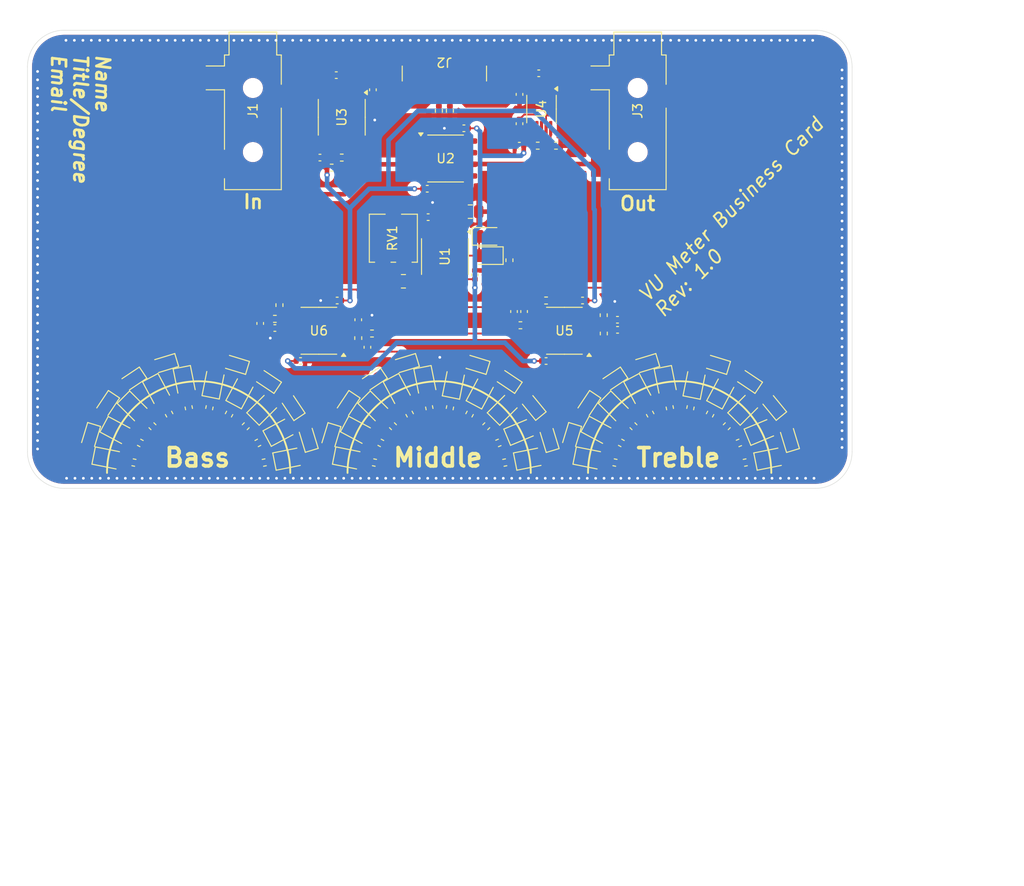
<source format=kicad_pcb>
(kicad_pcb
	(version 20240108)
	(generator "pcbnew")
	(generator_version "8.0")
	(general
		(thickness 1.6)
		(legacy_teardrops no)
	)
	(paper "A4")
	(title_block
		(title "HAD Business Card (VU Meter)")
		(date "2024-05-20")
		(rev "1.0")
		(comment 1 "Designed By : TJM")
	)
	(layers
		(0 "F.Cu" signal)
		(31 "B.Cu" signal)
		(32 "B.Adhes" user "B.Adhesive")
		(33 "F.Adhes" user "F.Adhesive")
		(34 "B.Paste" user)
		(35 "F.Paste" user)
		(36 "B.SilkS" user "B.Silkscreen")
		(37 "F.SilkS" user "F.Silkscreen")
		(38 "B.Mask" user)
		(39 "F.Mask" user)
		(40 "Dwgs.User" user "User.Drawings")
		(41 "Cmts.User" user "User.Comments")
		(42 "Eco1.User" user "User.Eco1")
		(43 "Eco2.User" user "User.Eco2")
		(44 "Edge.Cuts" user)
		(45 "Margin" user)
		(46 "B.CrtYd" user "B.Courtyard")
		(47 "F.CrtYd" user "F.Courtyard")
		(48 "B.Fab" user)
		(49 "F.Fab" user)
		(50 "User.1" user)
		(51 "User.2" user)
		(52 "User.3" user)
		(53 "User.4" user)
		(54 "User.5" user)
		(55 "User.6" user)
		(56 "User.7" user)
		(57 "User.8" user)
		(58 "User.9" user)
	)
	(setup
		(pad_to_mask_clearance 0)
		(allow_soldermask_bridges_in_footprints no)
		(pcbplotparams
			(layerselection 0x00010e8_ffffffff)
			(plot_on_all_layers_selection 0x0000000_00000000)
			(disableapertmacros no)
			(usegerberextensions no)
			(usegerberattributes yes)
			(usegerberadvancedattributes yes)
			(creategerberjobfile no)
			(dashed_line_dash_ratio 12.000000)
			(dashed_line_gap_ratio 3.000000)
			(svgprecision 4)
			(plotframeref no)
			(viasonmask no)
			(mode 1)
			(useauxorigin no)
			(hpglpennumber 1)
			(hpglpenspeed 20)
			(hpglpendiameter 15.000000)
			(pdf_front_fp_property_popups yes)
			(pdf_back_fp_property_popups yes)
			(dxfpolygonmode yes)
			(dxfimperialunits yes)
			(dxfusepcbnewfont yes)
			(psnegative no)
			(psa4output no)
			(plotreference yes)
			(plotvalue no)
			(plotfptext yes)
			(plotinvisibletext no)
			(sketchpadsonfab no)
			(subtractmaskfromsilk no)
			(outputformat 1)
			(mirror no)
			(drillshape 0)
			(scaleselection 1)
			(outputdirectory "Fabs/HAD/")
		)
	)
	(net 0 "")
	(net 1 "Bass_Filter_Output")
	(net 2 "Net-(D1-K)")
	(net 3 "GND")
	(net 4 "Net-(D10-K)")
	(net 5 "Net-(D11-K)")
	(net 6 "Net-(D12-K)")
	(net 7 "Net-(D13-K)")
	(net 8 "Middle_Filter_Output")
	(net 9 "Net-(D15-K)")
	(net 10 "Net-(D16-K)")
	(net 11 "Net-(D17-K)")
	(net 12 "Net-(D18-K)")
	(net 13 "Net-(D19-K)")
	(net 14 "Treble_Filter_Output")
	(net 15 "+5V")
	(net 16 "Net-(U3-CAP-)")
	(net 17 "Net-(D29-K)")
	(net 18 "Net-(D30-K)")
	(net 19 "Net-(D31-K)")
	(net 20 "Net-(U3-CAP+)")
	(net 21 "Net-(D11-A)")
	(net 22 "Net-(D12-A)")
	(net 23 "Net-(D14-A)")
	(net 24 "Net-(D15-A)")
	(net 25 "Net-(D16-A)")
	(net 26 "Net-(D17-A)")
	(net 27 "Net-(D9-K)")
	(net 28 "Net-(U4-C1-)")
	(net 29 "Net-(U4-C1+)")
	(net 30 "Net-(D47-K)")
	(net 31 "Net-(D48-K)")
	(net 32 "Net-(D49-K)")
	(net 33 "Net-(D1-A)")
	(net 34 "Net-(D18-A)")
	(net 35 "Net-(D19-A)")
	(net 36 "Net-(U4-C2-)")
	(net 37 "Net-(D21-A)")
	(net 38 "Net-(D23-A)")
	(net 39 "Net-(D21-K)")
	(net 40 "Net-(D25-A)")
	(net 41 "Net-(D26-A)")
	(net 42 "Net-(D22-A)")
	(net 43 "Net-(D27-A)")
	(net 44 "Net-(D34-A)")
	(net 45 "Net-(D35-A)")
	(net 46 "Net-(D36-A)")
	(net 47 "Net-(D37-A)")
	(net 48 "Net-(D38-A)")
	(net 49 "Net-(D39-A)")
	(net 50 "Net-(D41-A)")
	(net 51 "Net-(D28-A)")
	(net 52 "Net-(D43-A)")
	(net 53 "Net-(D44-A)")
	(net 54 "Net-(D32-K)")
	(net 55 "Net-(D33-K)")
	(net 56 "Net-(D52-A)")
	(net 57 "Net-(D53-A)")
	(net 58 "Net-(D54-A)")
	(net 59 "+2V5")
	(net 60 "-2V5")
	(net 61 "Net-(D39-K)")
	(net 62 "Net-(D40-A)")
	(net 63 "Net-(D45-A)")
	(net 64 "Net-(U4-C2+)")
	(net 65 "Net-(D46-A)")
	(net 66 "Amp_Out")
	(net 67 "Net-(D50-K)")
	(net 68 "Net-(U2A-+)")
	(net 69 "Net-(D51-K)")
	(net 70 "Net-(D56-A)")
	(net 71 "Net-(D55-A)")
	(net 72 "Net-(U2B--)")
	(net 73 "Net-(R2-Pad2)")
	(net 74 "Net-(C12-Pad2)")
	(net 75 "Net-(U1A--)")
	(net 76 "Net-(U5B-+)")
	(net 77 "Raw_Signal")
	(net 78 "Net-(C14-Pad2)")
	(net 79 "Net-(U5A-+)")
	(net 80 "Net-(U6B-+)")
	(net 81 "Net-(C17-Pad1)")
	(net 82 "Net-(U6A-+)")
	(net 83 "Net-(C19-Pad1)")
	(net 84 "Net-(J2-CC2)")
	(net 85 "Net-(J2-CC1)")
	(net 86 "Net-(U3-FB)")
	(net 87 "Net-(U4-FB)")
	(net 88 "Net-(U5B--)")
	(net 89 "unconnected-(U4-PG-Pad2)")
	(footprint "LED_SMD:LED_0805_2012Metric" (layer "F.Cu") (at 129.800451 113.740088 45))
	(footprint "Capacitor_SMD:C_0402_1005Metric" (layer "F.Cu") (at 151.63 83.2 180))
	(footprint "Diode_SMD:D_0603_1608Metric" (layer "F.Cu") (at 182.576699 110.698444 146.25))
	(footprint "Capacitor_SMD:C_0402_1005Metric" (layer "F.Cu") (at 152.83 99.2 90))
	(footprint "Resistor_SMD:R_0402_1005Metric" (layer "F.Cu") (at 121.603055 113.6998 -78.75))
	(footprint "Diode_SMD:D_0603_1608Metric" (layer "F.Cu") (at 132.862095 113.46384 123.75))
	(footprint "Diode_SMD:D_0603_1608Metric" (layer "F.Cu") (at 179.092095 108.92295 163.125))
	(footprint "LED_SMD:LED_0805_2012Metric" (layer "F.Cu") (at 113.840247 116.294143 -28.125))
	(footprint "Resistor_SMD:R_0402_1005Metric" (layer "F.Cu") (at 148.900002 81.3 90))
	(footprint "LED_SMD:LED_0805_2012Metric" (layer "F.Cu") (at 176.813728 110.934273 78.75))
	(footprint "Diode_SMD:D_0603_1608Metric" (layer "F.Cu") (at 145.136671 108.92295 -163.125))
	(footprint "LED_SMD:LED_0805_2012Metric" (layer "F.Cu") (at 112.872501 119.24681 -11.25))
	(footprint "Resistor_SMD:R_0402_1005Metric" (layer "F.Cu") (at 143.888214 115.719987 -45))
	(footprint "Capacitor_SMD:C_0402_1005Metric" (layer "F.Cu") (at 141.7 79 90))
	(footprint "Resistor_SMD:R_0402_1005Metric" (layer "F.Cu") (at 181.64463 117.542424 -157.5))
	(footprint "Diode_SMD:D_0603_1608Metric" (layer "F.Cu") (at 159.092095 113.46384 129.375))
	(footprint "Resistor_SMD:R_0402_1005Metric" (layer "F.Cu") (at 180.320552 115.719987 -135))
	(footprint "Capacitor_SMD:C_0402_1005Metric" (layer "F.Cu") (at 147.63 89.8 180))
	(footprint "LED_SMD:LED_0805_2012Metric" (layer "F.Cu") (at 118.189478 111.901091 -61.875))
	(footprint "LED_SMD:LED_0805_2012Metric" (layer "F.Cu") (at 131.639448 116.271251 28.125))
	(footprint "LED_SMD:LED_0805_2012Metric" (layer "F.Cu") (at 124.31662 110.913345 78.75))
	(footprint "Resistor_SMD:R_0402_1005Metric" (layer "F.Cu") (at 157.8 104.7))
	(footprint "Capacitor_SMD:C_0402_1005Metric" (layer "F.Cu") (at 133.8 108.6))
	(footprint "LED_SMD:LED_0805_2012Metric" (layer "F.Cu") (at 144.459478 111.901091 -61.875))
	(footprint "Capacitor_SMD:C_0402_1005Metric" (layer "F.Cu") (at 137.7 77.4 180))
	(footprint "Capacitor_SMD:C_0402_1005Metric" (layer "F.Cu") (at 157.700001 79.5 -90))
	(footprint "Diode_SMD:D_0603_1608Metric" (layer "F.Cu") (at 138.866671 113.46384 -123.75))
	(footprint "LED_SMD:LED_0805_2012Metric" (layer "F.Cu") (at 147.435038 110.934273 -78.75))
	(footprint "LED_SMD:LED_0805_2012Metric" (layer "F.Cu") (at 166.339318 116.271251 -28.125))
	(footprint "Resistor_SMD:R_0402_1005Metric" (layer "F.Cu") (at 145.710651 114.395909 -61.875))
	(footprint "Package_SO:MSOP-10_3x3mm_P0.5mm" (layer "F.Cu") (at 160.099999 81.1 -90))
	(footprint "Diode_SMD:D_0603_1608Metric" (layer "F.Cu") (at 156.346699 110.698444 146.25))
	(footprint "LED_SMD:LED_0805_2012Metric" (layer "F.Cu") (at 132.606266 119.246811 11.25))
	(footprint "LED_SMD:LED_0805_2012Metric" (layer "F.Cu") (at 182.300451 113.740088 45))
	(footprint "Resistor_SMD:R_0402_1005Metric" (layer "F.Cu") (at 171.960651 114.395909 -61.875))
	(footprint "Package_SO:SOIC-8_3.9x4.9mm_P1.27mm" (layer "F.Cu") (at 135.8 105.3 180))
	(footprint "Connector_Audio:Jack_3.5mm_CUI_SJ-3523-SMT_Horizontal" (layer "F.Cu") (at 170.6 81.3))
	(footprint "Capacitor_SMD:C_0402_1005Metric" (layer "F.Cu") (at 135.92 86.4 180))
	(footprint "Resistor_SMD:R_0402_1005Metric" (layer "F.Cu") (at 117.638214 115.719987 -45))
	(footprint "Diode_SMD:D_0603_1608Metric"
		(layer "F.Cu")
		(uuid "52abfea5-e19c-45ca-a1bb-3e27ad20095a")
		(at 160.887589 116.948444 106.875)
		(descr "Diode SMD 0603 (1608 Metric), square (rectangular) end terminal, IPC_7351 nominal, (Body size source: http://www.tortai-tech.com/upload/download/2011102023233369053.pdf), generated with kicad-footprint-generator")
		(tags "diode")
		(property "Reference" "D21"
			(at 0 -1.43 -73.125)
			(layer "F.SilkS")
			(hide yes)
			(uuid "afb7301c-9cf6-42dc-863d-a6da1d1ef1f9")
			(effects
				(font
					(size 1 1)
					(thickness 0.15)
				)
			)
		)
		(property "Value" "SD0603S040S0R2"
			(at 0 1.43 -73.125)
			(layer "F.Fab")
			(hide yes)
			(uuid "3d7d0bda-cfe6-4c84-ab24-72104fb2335e")
			(effects
				(font
					(size 1 1)
					(thickness 0.15)
				)
			)
		)
		(property "Footprint" "Diode_SMD:D_0603_1608Metric"
			(at 0 0 106.875)
			(unlocked yes)
			(layer "F.Fab")
			(hide yes)
			(uuid "5554f291-b0d3-409e-a78d-e3cc37eb1872")
			(effects
				(font
					(size 1.27 1.27)
				)
			)
		)
		(property "Datasheet" ""
			(at 0 0 106.875)
			(unlocked yes)
			(layer "F.Fab")
			(hide yes)
			(uuid "c2ce52aa-78fb-4de9-9b3f-148897d9e6a2")
			(effects
				(font
					(size 1.27 1.27)
				)
			)
		)
		(property "Description" "Diode"
			(at 0 0 106.875)
			(unlocked yes)
			(layer "F.Fab")
			(hide yes)
			
... [933415 chars truncated]
</source>
